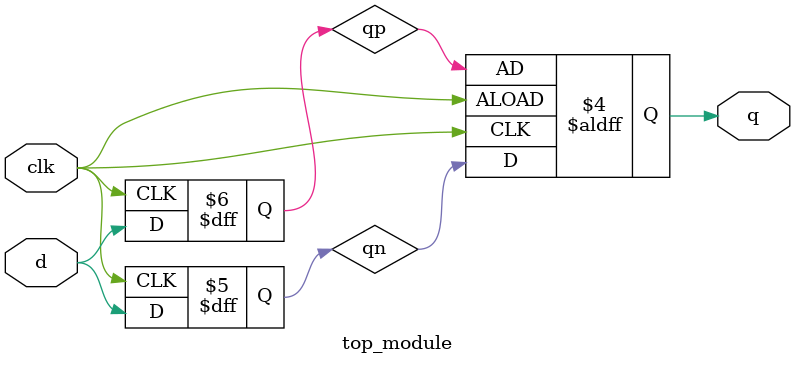
<source format=sv>
module top_module(
	input clk,
	input d,
	output reg q);
	
	reg qp;
	reg qn;
	
	always @(posedge clk) begin
		qp <= d;
	end
	
	always @(negedge clk) begin
		qn <= d;
	end
	
	always @(posedge clk or negedge clk) begin
		if (clk)
			q <= qp;
		else
			q <= qn;
	end
	
endmodule

</source>
